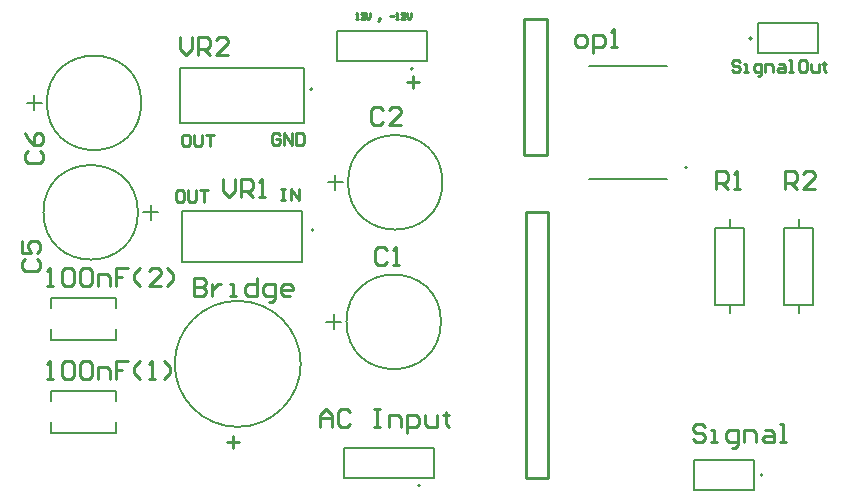
<source format=gto>
G04*
G04 #@! TF.GenerationSoftware,Altium Limited,Altium Designer,23.9.2 (47)*
G04*
G04 Layer_Color=65535*
%FSLAX44Y44*%
%MOMM*%
G71*
G04*
G04 #@! TF.SameCoordinates,EEA8B457-634A-40EF-9803-A2E49DE358F5*
G04*
G04*
G04 #@! TF.FilePolarity,Positive*
G04*
G01*
G75*
%ADD10C,0.2000*%
%ADD11C,0.1270*%
%ADD12C,0.2540*%
D10*
X573571Y302260D02*
G03*
X573571Y302260I-1000J0D01*
G01*
X628211Y411480D02*
G03*
X628211Y411480I-1000J0D01*
G01*
X637420Y41910D02*
G03*
X637420Y41910I-1000J0D01*
G01*
X365101Y171450D02*
G03*
X365101Y171450I-40000J0D01*
G01*
X111381Y356870D02*
G03*
X111381Y356870I-40000J0D01*
G01*
X347691Y32870D02*
G03*
X347691Y32870I-1000J0D01*
G01*
X341341Y385930D02*
G03*
X341341Y385930I-1000J0D01*
G01*
X257231Y249240D02*
G03*
X257231Y249240I-1000J0D01*
G01*
X366371Y289560D02*
G03*
X366371Y289560I-40000J0D01*
G01*
X108559Y264160D02*
G03*
X108559Y264160I-40000J0D01*
G01*
X256231Y368300D02*
G03*
X256231Y368300I-1000J0D01*
G01*
X633711Y398780D02*
Y424180D01*
X684511Y398780D02*
Y424180D01*
X633711D02*
X684511D01*
X633711Y398780D02*
X684511D01*
X609581Y250940D02*
Y258190D01*
Y178690D02*
Y185940D01*
X597081D02*
X622081D01*
Y250940D01*
X597081D02*
X622081D01*
X597081Y185940D02*
Y250940D01*
X668001Y178690D02*
Y185940D01*
Y250940D02*
Y258190D01*
X655501Y250940D02*
X680501D01*
X655501Y185940D02*
Y250940D01*
Y185940D02*
X680501D01*
Y250940D01*
X629920Y29210D02*
Y54610D01*
X579120Y29210D02*
Y54610D01*
Y29210D02*
X629920D01*
X579120Y54610D02*
X629920D01*
X274301Y165100D02*
Y177800D01*
X267951Y171450D02*
X280651D01*
X20581Y350520D02*
Y363220D01*
X14231Y356870D02*
X26931D01*
X359391Y39370D02*
Y64770D01*
X283191Y39370D02*
Y64770D01*
X359391D01*
X283191Y39370D02*
X359391D01*
X353041Y392430D02*
Y417830D01*
X276841Y392430D02*
Y417830D01*
X353041D01*
X276841Y392430D02*
X353041D01*
X275571Y283210D02*
Y295910D01*
X269221Y289560D02*
X281921D01*
X113009Y264160D02*
X125709D01*
X119359Y257810D02*
Y270510D01*
D11*
X246361Y135890D02*
G03*
X246361Y135890I-53340J0D01*
G01*
X490196Y292410D02*
X556246D01*
X490196Y388310D02*
X556246D01*
X247631Y222090D02*
Y265590D01*
X146031D02*
X247631D01*
X146031Y222090D02*
Y265590D01*
Y222090D02*
X247631D01*
X34711Y112750D02*
X89711D01*
X34711Y77750D02*
X89711D01*
Y104200D02*
Y112750D01*
X34711Y104200D02*
Y112750D01*
X89711Y77750D02*
Y86300D01*
X34711Y77750D02*
Y86300D01*
Y156490D02*
X89711D01*
X34711Y191490D02*
X89711D01*
X34711Y156490D02*
Y165040D01*
X89711Y156490D02*
Y165040D01*
X34711Y182940D02*
Y191490D01*
X89711Y182940D02*
Y191490D01*
X249531Y339700D02*
Y386700D01*
X144131D02*
X249531D01*
X144131Y339700D02*
Y386700D01*
Y339700D02*
X249531D01*
D12*
X448291Y312420D02*
X454641D01*
Y427990D01*
X436861Y264160D02*
X455911D01*
Y39370D02*
Y264160D01*
X436861Y39370D02*
X455911D01*
X436861D02*
Y264160D01*
X435591Y427990D02*
X454641D01*
X435591Y312420D02*
X448291D01*
X435591D02*
Y427990D01*
X228896Y329641D02*
X227230Y331307D01*
X223897D01*
X222231Y329641D01*
Y322976D01*
X223897Y321310D01*
X227230D01*
X228896Y322976D01*
Y326308D01*
X225564D01*
X232228Y321310D02*
Y331307D01*
X238893Y321310D01*
Y331307D01*
X242225D02*
Y321310D01*
X247223D01*
X248889Y322976D01*
Y329641D01*
X247223Y331307D01*
X242225D01*
X145950Y283047D02*
X142618D01*
X140951Y281381D01*
Y274716D01*
X142618Y273050D01*
X145950D01*
X147616Y274716D01*
Y281381D01*
X145950Y283047D01*
X150948D02*
Y274716D01*
X152614Y273050D01*
X155947D01*
X157613Y274716D01*
Y283047D01*
X160945D02*
X167609D01*
X164277D01*
Y273050D01*
X292886Y427594D02*
X294552D01*
X293719D01*
Y432592D01*
X292886Y431759D01*
X300383Y427594D02*
X297051D01*
X300383Y430926D01*
Y431759D01*
X299550Y432592D01*
X297884D01*
X297051Y431759D01*
X302049Y432592D02*
Y429260D01*
X303715Y427594D01*
X305382Y429260D01*
Y432592D01*
X312879Y426761D02*
X313712Y427594D01*
Y428427D01*
X312879D01*
Y427594D01*
X313712D01*
X312879Y426761D01*
X312046Y425928D01*
X322043Y430093D02*
X325375D01*
X327041Y427594D02*
X328707D01*
X327874D01*
Y432592D01*
X327041Y431759D01*
X334539Y427594D02*
X331206D01*
X334539Y430926D01*
Y431759D01*
X333706Y432592D01*
X332039D01*
X331206Y431759D01*
X336205Y432592D02*
Y429260D01*
X337871Y427594D01*
X339537Y429260D01*
Y432592D01*
X229851Y284317D02*
X233184D01*
X231518D01*
Y274320D01*
X229851D01*
X233184D01*
X238182D02*
Y284317D01*
X244846Y274320D01*
Y284317D01*
X151030Y330037D02*
X147697D01*
X146031Y328371D01*
Y321706D01*
X147697Y320040D01*
X151030D01*
X152696Y321706D01*
Y328371D01*
X151030Y330037D01*
X156028D02*
Y321706D01*
X157694Y320040D01*
X161026D01*
X162693Y321706D01*
Y330037D01*
X166025D02*
X172689D01*
X169357D01*
Y320040D01*
X481057Y403860D02*
X486135D01*
X488674Y406399D01*
Y411478D01*
X486135Y414017D01*
X481057D01*
X478517Y411478D01*
Y406399D01*
X481057Y403860D01*
X493752Y398782D02*
Y414017D01*
X501370D01*
X503909Y411478D01*
Y406399D01*
X501370Y403860D01*
X493752D01*
X508988D02*
X514066D01*
X511527D01*
Y419095D01*
X508988Y416556D01*
X618169Y391078D02*
X616503Y392744D01*
X613170D01*
X611504Y391078D01*
Y389412D01*
X613170Y387746D01*
X616503D01*
X618169Y386080D01*
Y384414D01*
X616503Y382748D01*
X613170D01*
X611504Y384414D01*
X621501Y382748D02*
X624833D01*
X623167D01*
Y389412D01*
X621501D01*
X633164Y379416D02*
X634830D01*
X636496Y381082D01*
Y389412D01*
X631498D01*
X629832Y387746D01*
Y384414D01*
X631498Y382748D01*
X636496D01*
X639828D02*
Y389412D01*
X644827D01*
X646493Y387746D01*
Y382748D01*
X651491Y389412D02*
X654824D01*
X656490Y387746D01*
Y382748D01*
X651491D01*
X649825Y384414D01*
X651491Y386080D01*
X656490D01*
X659822Y382748D02*
X663154D01*
X661488D01*
Y392744D01*
X659822D01*
X673151D02*
X669819D01*
X668153Y391078D01*
Y384414D01*
X669819Y382748D01*
X673151D01*
X674817Y384414D01*
Y391078D01*
X673151Y392744D01*
X678149Y389412D02*
Y384414D01*
X679816Y382748D01*
X684814D01*
Y389412D01*
X689812Y391078D02*
Y389412D01*
X688146D01*
X691478D01*
X689812D01*
Y384414D01*
X691478Y382748D01*
X597643Y284226D02*
Y299461D01*
X605261D01*
X607800Y296922D01*
Y291843D01*
X605261Y289304D01*
X597643D01*
X602722D02*
X607800Y284226D01*
X612878D02*
X617957D01*
X615418D01*
Y299461D01*
X612878Y296922D01*
X656063Y284226D02*
Y299461D01*
X663681D01*
X666220Y296922D01*
Y291843D01*
X663681Y289304D01*
X656063D01*
X661142D02*
X666220Y284226D01*
X681455D02*
X671298D01*
X681455Y294383D01*
Y296922D01*
X678916Y299461D01*
X673838D01*
X671298Y296922D01*
X589023Y82800D02*
X586483Y85339D01*
X581405D01*
X578866Y82800D01*
Y80261D01*
X581405Y77722D01*
X586483D01*
X589023Y75182D01*
Y72643D01*
X586483Y70104D01*
X581405D01*
X578866Y72643D01*
X594101Y70104D02*
X599179D01*
X596640D01*
Y80261D01*
X594101D01*
X611875Y65026D02*
X614414D01*
X616954Y67565D01*
Y80261D01*
X609336D01*
X606797Y77722D01*
Y72643D01*
X609336Y70104D01*
X616954D01*
X622032D02*
Y80261D01*
X629650D01*
X632189Y77722D01*
Y70104D01*
X639806Y80261D02*
X644885D01*
X647424Y77722D01*
Y70104D01*
X639806D01*
X637267Y72643D01*
X639806Y75182D01*
X647424D01*
X652502Y70104D02*
X657580D01*
X655041D01*
Y85339D01*
X652502D01*
X336531Y374648D02*
X346688D01*
X341610Y379727D02*
Y369570D01*
X184131Y69848D02*
X194288D01*
X189210Y74927D02*
Y64770D01*
X262889Y82552D02*
Y92708D01*
X267967Y97787D01*
X273046Y92708D01*
Y82552D01*
Y90169D01*
X262889D01*
X288281Y95247D02*
X285742Y97787D01*
X280663D01*
X278124Y95247D01*
Y85091D01*
X280663Y82552D01*
X285742D01*
X288281Y85091D01*
X308594Y97787D02*
X313673D01*
X311133D01*
Y82552D01*
X308594D01*
X313673D01*
X321290D02*
Y92708D01*
X328908D01*
X331447Y90169D01*
Y82552D01*
X336525Y77473D02*
Y92708D01*
X344143D01*
X346682Y90169D01*
Y85091D01*
X344143Y82552D01*
X336525D01*
X351760Y92708D02*
Y85091D01*
X354299Y82552D01*
X361917D01*
Y92708D01*
X369534Y95247D02*
Y92708D01*
X366995D01*
X372074D01*
X369534D01*
Y85091D01*
X372074Y82552D01*
X15223Y316231D02*
X12684Y313692D01*
Y308613D01*
X15223Y306074D01*
X25380D01*
X27919Y308613D01*
Y313692D01*
X25380Y316231D01*
X12684Y331466D02*
X15223Y326387D01*
X20301Y321309D01*
X25380D01*
X27919Y323848D01*
Y328927D01*
X25380Y331466D01*
X22840D01*
X20301Y328927D01*
Y321309D01*
X31223Y201930D02*
X36302D01*
X33763D01*
Y217165D01*
X31223Y214626D01*
X43919D02*
X46458Y217165D01*
X51537D01*
X54076Y214626D01*
Y204469D01*
X51537Y201930D01*
X46458D01*
X43919Y204469D01*
Y214626D01*
X59154D02*
X61694Y217165D01*
X66772D01*
X69311Y214626D01*
Y204469D01*
X66772Y201930D01*
X61694D01*
X59154Y204469D01*
Y214626D01*
X74389Y201930D02*
Y212087D01*
X82007D01*
X84546Y209548D01*
Y201930D01*
X99781Y217165D02*
X89624D01*
Y209548D01*
X94703D01*
X89624D01*
Y201930D01*
X109938D02*
X104860Y207008D01*
Y212087D01*
X109938Y217165D01*
X127712Y201930D02*
X117555D01*
X127712Y212087D01*
Y214626D01*
X125173Y217165D01*
X120095D01*
X117555Y214626D01*
X132790Y201930D02*
X137869Y207008D01*
Y212087D01*
X132790Y217165D01*
X31223Y123190D02*
X36302D01*
X33763D01*
Y138425D01*
X31223Y135886D01*
X43919D02*
X46458Y138425D01*
X51537D01*
X54076Y135886D01*
Y125729D01*
X51537Y123190D01*
X46458D01*
X43919Y125729D01*
Y135886D01*
X59154D02*
X61694Y138425D01*
X66772D01*
X69311Y135886D01*
Y125729D01*
X66772Y123190D01*
X61694D01*
X59154Y125729D01*
Y135886D01*
X74389Y123190D02*
Y133347D01*
X82007D01*
X84546Y130808D01*
Y123190D01*
X99781Y138425D02*
X89624D01*
Y130808D01*
X94703D01*
X89624D01*
Y123190D01*
X109938D02*
X104860Y128268D01*
Y133347D01*
X109938Y138425D01*
X117555Y123190D02*
X122634D01*
X120095D01*
Y138425D01*
X117555Y135886D01*
X130251Y123190D02*
X135330Y128268D01*
Y133347D01*
X130251Y138425D01*
X315932Y350518D02*
X313393Y353058D01*
X308315D01*
X305776Y350518D01*
Y340362D01*
X308315Y337822D01*
X313393D01*
X315932Y340362D01*
X331167Y337822D02*
X321011D01*
X331167Y347979D01*
Y350518D01*
X328628Y353058D01*
X323550D01*
X321011Y350518D01*
X156205Y208277D02*
Y193042D01*
X163822D01*
X166362Y195581D01*
Y198120D01*
X163822Y200659D01*
X156205D01*
X163822D01*
X166362Y203198D01*
Y205737D01*
X163822Y208277D01*
X156205D01*
X171440Y203198D02*
Y193042D01*
Y198120D01*
X173979Y200659D01*
X176518Y203198D01*
X179058D01*
X186675Y193042D02*
X191753D01*
X189214D01*
Y203198D01*
X186675D01*
X209528Y208277D02*
Y193042D01*
X201910D01*
X199371Y195581D01*
Y200659D01*
X201910Y203198D01*
X209528D01*
X219684Y187963D02*
X222223D01*
X224763Y190502D01*
Y203198D01*
X217145D01*
X214606Y200659D01*
Y195581D01*
X217145Y193042D01*
X224763D01*
X237459D02*
X232380D01*
X229841Y195581D01*
Y200659D01*
X232380Y203198D01*
X237459D01*
X239998Y200659D01*
Y198120D01*
X229841D01*
X143999Y412237D02*
Y402080D01*
X149078Y397002D01*
X154156Y402080D01*
Y412237D01*
X159234Y397002D02*
Y412237D01*
X166852D01*
X169391Y409698D01*
Y404619D01*
X166852Y402080D01*
X159234D01*
X164313D02*
X169391Y397002D01*
X184626D02*
X174470D01*
X184626Y407159D01*
Y409698D01*
X182087Y412237D01*
X177009D01*
X174470Y409698D01*
X180327Y292097D02*
Y281941D01*
X185405Y276863D01*
X190484Y281941D01*
Y292097D01*
X195562Y276863D02*
Y292097D01*
X203180D01*
X205719Y289558D01*
Y284480D01*
X203180Y281941D01*
X195562D01*
X200641D02*
X205719Y276863D01*
X210797D02*
X215876D01*
X213336D01*
Y292097D01*
X210797Y289558D01*
X12683Y224791D02*
X10144Y222252D01*
Y217173D01*
X12683Y214634D01*
X22840D01*
X25379Y217173D01*
Y222252D01*
X22840Y224791D01*
X10144Y240026D02*
Y229869D01*
X17761D01*
X15222Y234947D01*
Y237487D01*
X17761Y240026D01*
X22840D01*
X25379Y237487D01*
Y232408D01*
X22840Y229869D01*
X319741Y232408D02*
X317202Y234947D01*
X312124D01*
X309585Y232408D01*
Y222252D01*
X312124Y219713D01*
X317202D01*
X319741Y222252D01*
X324820Y219713D02*
X329898D01*
X327359D01*
Y234947D01*
X324820Y232408D01*
M02*

</source>
